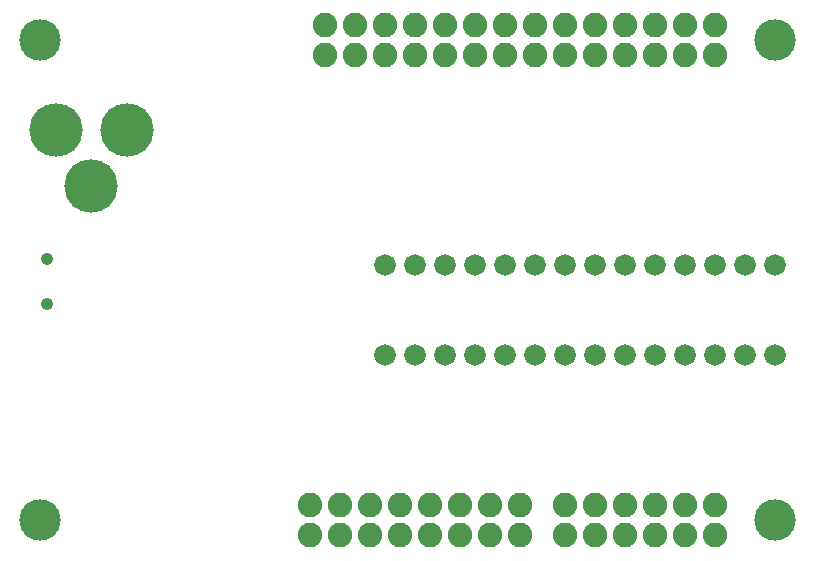
<source format=gbr>
G04 EAGLE Gerber RS-274X export*
G75*
%MOMM*%
%FSLAX34Y34*%
%LPD*%
%INSoldermask Bottom*%
%IPPOS*%
%AMOC8*
5,1,8,0,0,1.08239X$1,22.5*%
G01*
%ADD10C,3.503200*%
%ADD11C,4.521200*%
%ADD12C,1.053200*%
%ADD13C,2.082800*%
%ADD14C,1.828800*%


D10*
X38100Y444500D03*
X38100Y38100D03*
X660400Y38100D03*
X660400Y444500D03*
D11*
X111600Y368300D03*
X51600Y368300D03*
X81600Y321300D03*
D12*
X43590Y259030D03*
X43590Y221030D03*
D13*
X609600Y431800D03*
X584200Y431800D03*
X558800Y431800D03*
X533400Y431800D03*
X508000Y431800D03*
X482600Y431800D03*
X457200Y431800D03*
X431800Y431800D03*
X406400Y431800D03*
X381000Y431800D03*
X355600Y431800D03*
X330200Y431800D03*
X304800Y431800D03*
X279400Y431800D03*
D14*
X660400Y254000D03*
X635000Y254000D03*
X609600Y254000D03*
X584200Y254000D03*
X558800Y254000D03*
X533400Y254000D03*
X508000Y254000D03*
X482600Y254000D03*
X457200Y254000D03*
X431800Y254000D03*
X406400Y254000D03*
X381000Y254000D03*
X355600Y254000D03*
X330200Y254000D03*
X330200Y177800D03*
X355600Y177800D03*
X381000Y177800D03*
X406400Y177800D03*
X431800Y177800D03*
X457200Y177800D03*
X482600Y177800D03*
X508000Y177800D03*
X533400Y177800D03*
X558800Y177800D03*
X584200Y177800D03*
X609600Y177800D03*
X635000Y177800D03*
X660400Y177800D03*
D13*
X609600Y457200D03*
X584200Y457200D03*
X558800Y457200D03*
X533400Y457200D03*
X508000Y457200D03*
X482600Y457200D03*
X457200Y457200D03*
X431800Y457200D03*
X406400Y457200D03*
X381000Y457200D03*
X355600Y457200D03*
X330200Y457200D03*
X304800Y457200D03*
X279400Y457200D03*
X482600Y25400D03*
X508000Y25400D03*
X533400Y25400D03*
X558800Y25400D03*
X584200Y25400D03*
X609600Y25400D03*
X482600Y50800D03*
X508000Y50800D03*
X533400Y50800D03*
X558800Y50800D03*
X584200Y50800D03*
X609600Y50800D03*
X266700Y25400D03*
X292100Y25400D03*
X317500Y25400D03*
X342900Y25400D03*
X368300Y25400D03*
X393700Y25400D03*
X419100Y25400D03*
X444500Y25400D03*
X266700Y50800D03*
X292100Y50800D03*
X317500Y50800D03*
X342900Y50800D03*
X368300Y50800D03*
X393700Y50800D03*
X419100Y50800D03*
X444500Y50800D03*
M02*

</source>
